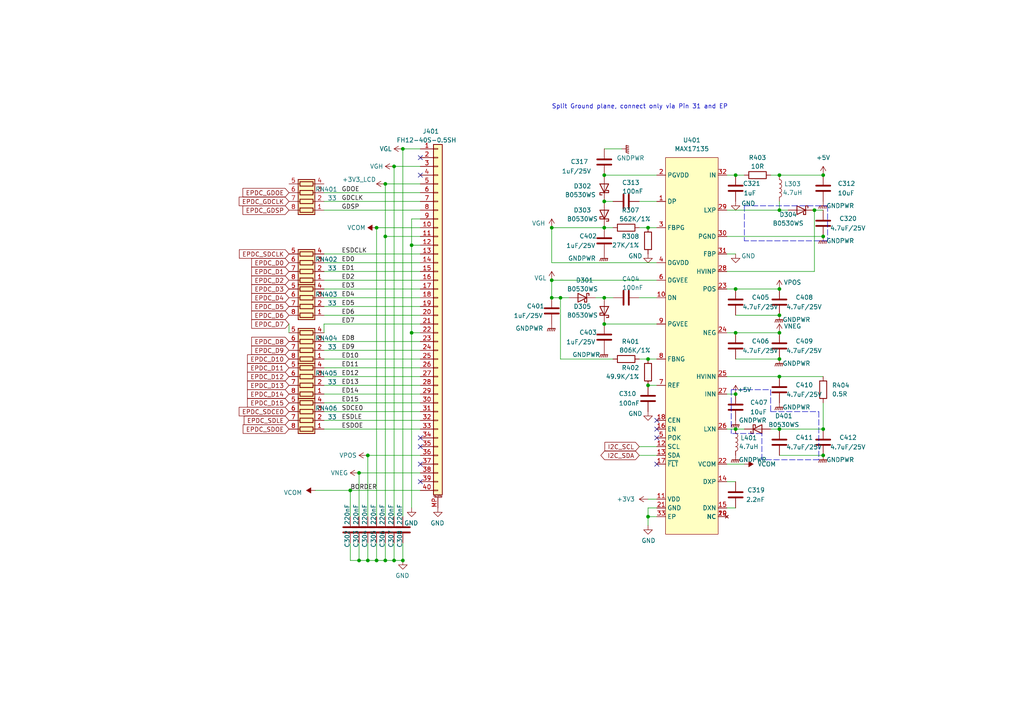
<source format=kicad_sch>
(kicad_sch (version 20211123) (generator eeschema)
  (paper "A4")
  (title_block (title "Caster EPDC") (date "2022-07-03") (rev "R0.4") (company "Copyright 2022 Modos / Engineer: Wenting Zhang"))
  (lib_symbols
    (symbol "Connector_Generic_MountingPin:Conn_01x40_MountingPin" (pin_names (offset 1.016) hide)
      (property "Reference" "J" (at 0 50.8 0))
      (property "Value" "Conn_01x40_MountingPin" (at 1.27 -53.34 0))
      (symbol "Conn_01x40_MountingPin_1_1"
        (rectangle (start -1.27 -50.673) (end 0 -50.927) (stroke (width 0.1524)))
        (rectangle (start -1.27 -48.133) (end 0 -48.387) (stroke (width 0.1524)))
        (rectangle (start -1.27 -45.593) (end 0 -45.847) (stroke (width 0.1524)))
        (rectangle (start -1.27 -43.053) (end 0 -43.307) (stroke (width 0.1524)))
        (rectangle (start -1.27 -40.513) (end 0 -40.767) (stroke (width 0.1524)))
        (rectangle (start -1.27 -37.973) (end 0 -38.227) (stroke (width 0.1524)))
        (rectangle (start -1.27 -35.433) (end 0 -35.687) (stroke (width 0.1524)))
        (rectangle (start -1.27 -32.893) (end 0 -33.147) (stroke (width 0.1524)))
        (rectangle (start -1.27 -30.353) (end 0 -30.607) (stroke (width 0.1524)))
        (rectangle (start -1.27 -27.813) (end 0 -28.067) (stroke (width 0.1524)))
        (rectangle (start -1.27 -25.273) (end 0 -25.527) (stroke (width 0.1524)))
        (rectangle (start -1.27 -22.733) (end 0 -22.987) (stroke (width 0.1524)))
        (rectangle (start -1.27 -20.193) (end 0 -20.447) (stroke (width 0.1524)))
        (rectangle (start -1.27 -17.653) (end 0 -17.907) (stroke (width 0.1524)))
        (rectangle (start -1.27 -15.113) (end 0 -15.367) (stroke (width 0.1524)))
        (rectangle (start -1.27 -12.573) (end 0 -12.827) (stroke (width 0.1524)))
        (rectangle (start -1.27 -10.033) (end 0 -10.287) (stroke (width 0.1524)))
        (rectangle (start -1.27 -7.493) (end 0 -7.747) (stroke (width 0.1524)))
        (rectangle (start -1.27 -4.953) (end 0 -5.207) (stroke (width 0.1524)))
        (rectangle (start -1.27 -2.413) (end 0 -2.667) (stroke (width 0.1524)))
        (rectangle (start -1.27 0.127) (end 0 -0.127) (stroke (width 0.1524)))
        (rectangle (start -1.27 2.667) (end 0 2.413) (stroke (width 0.1524)))
        (rectangle (start -1.27 5.207) (end 0 4.953) (stroke (width 0.1524)))
        (rectangle (start -1.27 7.747) (end 0 7.493) (stroke (width 0.1524)))
        (rectangle (start -1.27 10.287) (end 0 10.033) (stroke (width 0.1524)))
        (rectangle (start -1.27 12.827) (end 0 12.573) (stroke (width 0.1524)))
        (rectangle (start -1.27 15.367) (end 0 15.113) (stroke (width 0.1524)))
        (rectangle (start -1.27 17.907) (end 0 17.653) (stroke (width 0.1524)))
        (rectangle (start -1.27 20.447) (end 0 20.193) (stroke (width 0.1524)))
        (rectangle (start -1.27 22.987) (end 0 22.733) (stroke (width 0.1524)))
        (rectangle (start -1.27 25.527) (end 0 25.273) (stroke (width 0.1524)))
        (rectangle (start -1.27 28.067) (end 0 27.813) (stroke (width 0.1524)))
        (rectangle (start -1.27 30.607) (end 0 30.353) (stroke (width 0.1524)))
        (rectangle (start -1.27 33.147) (end 0 32.893) (stroke (width 0.1524)))
        (rectangle (start -1.27 35.687) (end 0 35.433) (stroke (width 0.1524)))
        (rectangle (start -1.27 38.227) (end 0 37.973) (stroke (width 0.1524)))
        (rectangle (start -1.27 40.767) (end 0 40.513) (stroke (width 0.1524)))
        (rectangle (start -1.27 43.307) (end 0 43.053) (stroke (width 0.1524)))
        (rectangle (start -1.27 45.847) (end 0 45.593) (stroke (width 0.1524)))
        (rectangle (start -1.27 48.387) (end 0 48.133) (stroke (width 0.1524)))
        (rectangle (start -1.27 49.53) (end 1.27 -52.07) (stroke (width 0.254)) (fill (type background)))
        (polyline (pts (xy -1.016 -52.832) (xy 1.016 -52.832)) (stroke (width 0.1524)))
        (text "Mounting" (at 0 -52.451 0) (effects (font (size 0.381 0.381))))
        (pin passive line (at -5.08 48.26 0) (length 3.81) (name "Pin_1") (number "1"))
        (pin passive line (at -5.08 25.4 0) (length 3.81) (name "Pin_10") (number "10"))
        (pin passive line (at -5.08 22.86 0) (length 3.81) (name "Pin_11") (number "11"))
        (pin passive line (at -5.08 20.32 0) (length 3.81) (name "Pin_12") (number "12"))
        (pin passive line (at -5.08 17.78 0) (length 3.81) (name "Pin_13") (number "13"))
        (pin passive line (at -5.08 15.24 0) (length 3.81) (name "Pin_14") (number "14"))
        (pin passive line (at -5.08 12.7 0) (length 3.81) (name "Pin_15") (number "15"))
        (pin passive line (at -5.08 10.16 0) (length 3.81) (name "Pin_16") (number "16"))
        (pin passive line (at -5.08 7.62 0) (length 3.81) (name "Pin_17") (number "17"))
        (pin passive line (at -5.08 5.08 0) (length 3.81) (name "Pin_18") (number "18"))
        (pin passive line (at -5.08 2.54 0) (length 3.81) (name "Pin_19") (number "19"))
        (pin passive line (at -5.08 45.72 0) (length 3.81) (name "Pin_2") (number "2"))
        (pin passive line (at -5.08 0 0) (length 3.81) (name "Pin_20") (number "20"))
        (pin passive line (at -5.08 -2.54 0) (length 3.81) (name "Pin_21") (number "21"))
        (pin passive line (at -5.08 -5.08 0) (length 3.81) (name "Pin_22") (number "22"))
        (pin passive line (at -5.08 -7.62 0) (length 3.81) (name "Pin_23") (number "23"))
        (pin passive line (at -5.08 -10.16 0) (length 3.81) (name "Pin_24") (number "24"))
        (pin passive line (at -5.08 -12.7 0) (length 3.81) (name "Pin_25") (number "25"))
        (pin passive line (at -5.08 -15.24 0) (length 3.81) (name "Pin_26") (number "26"))
        (pin passive line (at -5.08 -17.78 0) (length 3.81) (name "Pin_27") (number "27"))
        (pin passive line (at -5.08 -20.32 0) (length 3.81) (name "Pin_28") (number "28"))
        (pin passive line (at -5.08 -22.86 0) (length 3.81) (name "Pin_29") (number "29"))
        (pin passive line (at -5.08 43.18 0) (length 3.81) (name "Pin_3") (number "3"))
        (pin passive line (at -5.08 -25.4 0) (length 3.81) (name "Pin_30") (number "30"))
        (pin passive line (at -5.08 -27.94 0) (length 3.81) (name "Pin_31") (number "31"))
        (pin passive line (at -5.08 -30.48 0) (length 3.81) (name "Pin_32") (number "32"))
        (pin passive line (at -5.08 -33.02 0) (length 3.81) (name "Pin_33") (number "33"))
        (pin passive line (at -5.08 -35.56 0) (length 3.81) (name "Pin_34") (number "34"))
        (pin passive line (at -5.08 -38.1 0) (length 3.81) (name "Pin_35") (number "35"))
        (pin passive line (at -5.08 -40.64 0) (length 3.81) (name "Pin_36") (number "36"))
        (pin passive line (at -5.08 -43.18 0) (length 3.81) (name "Pin_37") (number "37"))
        (pin passive line (at -5.08 -45.72 0) (length 3.81) (name "Pin_38") (number "38"))
        (pin passive line (at -5.08 -48.26 0) (length 3.81) (name "Pin_39") (number "39"))
        (pin passive line (at -5.08 40.64 0) (length 3.81) (name "Pin_4") (number "4"))
        (pin passive line (at -5.08 -50.8 0) (length 3.81) (name "Pin_40") (number "40"))
        (pin passive line (at -5.08 38.1 0) (length 3.81) (name "Pin_5") (number "5"))
        (pin passive line (at -5.08 35.56 0) (length 3.81) (name "Pin_6") (number "6"))
        (pin passive line (at -5.08 33.02 0) (length 3.81) (name "Pin_7") (number "7"))
        (pin passive line (at -5.08 30.48 0) (length 3.81) (name "Pin_8") (number "8"))
        (pin passive line (at -5.08 27.94 0) (length 3.81) (name "Pin_9") (number "9"))
        (pin passive line (at 0 -55.88 90) (length 3.048) (name "MountPin") (number "MP"))
      )
    )
    (symbol "Device:C" (pin_numbers hide) (pin_names (offset 0.254))
      (property "Reference" "C" (at 0.635 2.54 0))
      (property "Value" "C" (at 0.635 -2.54 0))
      (symbol "C_0_1"
        (polyline (pts (xy -2.032 -0.762) (xy 2.032 -0.762)) (stroke (width 0.508)))
        (polyline (pts (xy -2.032 0.762) (xy 2.032 0.762)) (stroke (width 0.508)))
      )
      (symbol "C_1_1"
        (pin passive line (at 0 3.81 270) (length 2.794) (name "~") (number "1"))
        (pin passive line (at 0 -3.81 90) (length 2.794) (name "~") (number "2"))
      )
    )
    (symbol "Device:D_Schottky" (pin_numbers hide) (pin_names (offset 1.016) hide)
      (property "Reference" "D" (at 0 2.54 0))
      (property "Value" "D_Schottky" (at 0 -2.54 0))
      (symbol "D_Schottky_0_1"
        (polyline (pts (xy 1.27 0) (xy -1.27 0)))
        (polyline (pts (xy 1.27 1.27) (xy 1.27 -1.27) (xy -1.27 0) (xy 1.27 1.27)) (stroke (width 0.254)))
        (polyline (pts (xy -1.905 0.635) (xy -1.905 1.27) (xy -1.27 1.27) (xy -1.27 -1.27) (xy -0.635 -1.27) (xy -0.635 -0.635)) (stroke (width 0.254)))
      )
      (symbol "D_Schottky_1_1"
        (pin passive line (at -3.81 0 0) (length 2.54) (name "K") (number "1"))
        (pin passive line (at 3.81 0 180) (length 2.54) (name "A") (number "2"))
      )
    )
    (symbol "Device:L" (pin_numbers hide) (pin_names (offset 1.016) hide)
      (property "Reference" "L" (at -1.27 0 90))
      (property "Value" "L" (at 1.905 0 90))
      (symbol "L_0_1"
        (arc (start 0 -2.54) (mid 0.635 -1.905) (end 0 -1.27))
        (arc (start 0 -1.27) (mid 0.635 -0.635) (end 0 0))
        (arc (start 0 0) (mid 0.635 0.635) (end 0 1.27))
        (arc (start 0 1.27) (mid 0.635 1.905) (end 0 2.54))
      )
      (symbol "L_1_1"
        (pin passive line (at 0 3.81 270) (length 1.27) (name "1") (number "1"))
        (pin passive line (at 0 -3.81 90) (length 1.27) (name "2") (number "2"))
      )
    )
    (symbol "Device:R" (pin_numbers hide) (pin_names (offset 0))
      (property "Reference" "R" (at 2.032 0 90))
      (property "Value" "R" (at 0 0 90))
      (symbol "R_0_1"
        (rectangle (start -1.016 -2.54) (end 1.016 2.54) (stroke (width 0.254)))
      )
      (symbol "R_1_1"
        (pin passive line (at 0 3.81 270) (length 1.27) (name "~") (number "1"))
        (pin passive line (at 0 -3.81 90) (length 1.27) (name "~") (number "2"))
      )
    )
    (symbol "Device:R_Pack04" (pin_names (offset 0) hide)
      (property "Reference" "RN" (at -7.62 0 90))
      (property "Value" "R_Pack04" (at 5.08 0 90))
      (symbol "R_Pack04_0_1"
        (rectangle (start -6.35 -2.413) (end 3.81 2.413) (stroke (width 0.254)) (fill (type background)))
        (rectangle (start -5.715 1.905) (end -4.445 -1.905) (stroke (width 0.254)))
        (rectangle (start -3.175 1.905) (end -1.905 -1.905) (stroke (width 0.254)))
        (rectangle (start -0.635 1.905) (end 0.635 -1.905) (stroke (width 0.254)))
        (polyline (pts (xy -5.08 -2.54) (xy -5.08 -1.905)))
        (polyline (pts (xy -5.08 1.905) (xy -5.08 2.54)))
        (polyline (pts (xy -2.54 -2.54) (xy -2.54 -1.905)))
        (polyline (pts (xy -2.54 1.905) (xy -2.54 2.54)))
        (polyline (pts (xy 0 -2.54) (xy 0 -1.905)))
        (polyline (pts (xy 0 1.905) (xy 0 2.54)))
        (polyline (pts (xy 2.54 -2.54) (xy 2.54 -1.905)))
        (polyline (pts (xy 2.54 1.905) (xy 2.54 2.54)))
        (rectangle (start 1.905 1.905) (end 3.175 -1.905) (stroke (width 0.254)))
      )
      (symbol "R_Pack04_1_1"
        (pin passive line (at -5.08 -5.08 90) (length 2.54) (name "R1.1") (number "1"))
        (pin passive line (at -2.54 -5.08 90) (length 2.54) (name "R2.1") (number "2"))
        (pin passive line (at 0 -5.08 90) (length 2.54) (name "R3.1") (number "3"))
        (pin passive line (at 2.54 -5.08 90) (length 2.54) (name "R4.1") (number "4"))
        (pin passive line (at 2.54 5.08 270) (length 2.54) (name "R4.2") (number "5"))
        (pin passive line (at 0 5.08 270) (length 2.54) (name "R3.2") (number "6"))
        (pin passive line (at -2.54 5.08 270) (length 2.54) (name "R2.2") (number "7"))
        (pin passive line (at -5.08 5.08 270) (length 2.54) (name "R1.2") (number "8"))
      )
    )
    (symbol "power:+3V3" (power) (pin_names (offset 0))
      (property "Value" "+3V3" (at 0 3.556 0))
      (symbol "+3V3_0_1"
        (polyline (pts (xy -0.762 1.27) (xy 0 2.54)))
        (polyline (pts (xy 0 0) (xy 0 2.54)))
        (polyline (pts (xy 0 2.54) (xy 0.762 1.27)))
      )
      (symbol "+3V3_1_1"
        (pin power_in line (at 0 0 90) (length 0) hide (name "+3V3") (number "1"))
      )
    )
    (symbol "power:+5V" (power) (pin_names (offset 0))
      (property "Value" "+5V" (at 0 3.556 0))
      (symbol "+5V_0_1"
        (polyline (pts (xy -0.762 1.27) (xy 0 2.54)))
        (polyline (pts (xy 0 0) (xy 0 2.54)))
        (polyline (pts (xy 0 2.54) (xy 0.762 1.27)))
      )
      (symbol "+5V_1_1"
        (pin power_in line (at 0 0 90) (length 0) hide (name "+5V") (number "1"))
      )
    )
    (symbol "power:GND" (power) (pin_names (offset 0))
      (property "Value" "GND" (at 0 -3.81 0))
      (symbol "GND_0_1"
        (polyline (pts (xy 0 0) (xy 0 -1.27) (xy 1.27 -1.27) (xy 0 -2.54) (xy -1.27 -1.27) (xy 0 -1.27)))
      )
      (symbol "GND_1_1"
        (pin power_in line (at 0 0 270) (length 0) hide (name "GND") (number "1"))
      )
    )
    (symbol "power:GNDPWR" (power) (pin_names (offset 0))
      (property "Value" "GNDPWR" (at 0 -3.302 0))
      (symbol "GNDPWR_0_1"
        (polyline (pts (xy 0 -1.27) (xy 0 0)))
        (polyline (pts (xy -1.016 -1.27) (xy -1.27 -2.032) (xy -1.27 -2.032)) (stroke (width 0.2032)))
        (polyline (pts (xy -0.508 -1.27) (xy -0.762 -2.032) (xy -0.762 -2.032)) (stroke (width 0.2032)))
        (polyline (pts (xy 0 -1.27) (xy -0.254 -2.032) (xy -0.254 -2.032)) (stroke (width 0.2032)))
        (polyline (pts (xy 0.508 -1.27) (xy 0.254 -2.032) (xy 0.254 -2.032)) (stroke (width 0.2032)))
        (polyline (pts (xy 1.016 -1.27) (xy -1.016 -1.27) (xy -1.016 -1.27)) (stroke (width 0.2032)))
        (polyline (pts (xy 1.016 -1.27) (xy 0.762 -2.032) (xy 0.762 -2.032) (xy 0.762 -2.032)) (stroke (width 0.2032)))
      )
      (symbol "GNDPWR_1_1"
        (pin power_in line (at 0 0 270) (length 0) hide (name "GNDPWR") (number "1"))
      )
    )
    (symbol "power:VCOM" (power) (pin_names (offset 0))
      (property "Value" "VCOM" (at 0 3.81 0))
      (symbol "VCOM_0_1"
        (polyline (pts (xy 0 0) (xy 0 2.54)))
        (polyline (pts (xy 0.762 1.27) (xy -0.762 1.27) (xy 0 2.54) (xy 0.762 1.27)) (fill (type outline)))
      )
      (symbol "VCOM_1_1"
        (pin power_in line (at 0 0 90) (length 0) hide (name "VCOM") (number "1"))
      )
    )
    (symbol "symbols:+3V3_LCD" (power) (pin_names (offset 0))
      (property "Value" "+3V3_LCD" (at 0 3.556 0))
      (symbol "+3V3_LCD_0_1"
        (polyline (pts (xy -0.762 1.27) (xy 0 2.54)))
        (polyline (pts (xy 0 0) (xy 0 2.54)))
        (polyline (pts (xy 0 2.54) (xy 0.762 1.27)))
      )
      (symbol "+3V3_LCD_1_1"
        (pin power_in line (at 0 0 90) (length 0) hide (name "+3V3_LCD") (number "1"))
      )
    )
    (symbol "symbols:MAX17135"
      (property "Reference" "U" (at 0 0 0))
      (property "Value" "MAX17135" (at 0 -2.54 0))
      (symbol "MAX17135_0_1"
        (rectangle (start -7.62 -5.08) (end 7.62 -114.3) (stroke (width 0.1524)) (fill (type background)))
      )
      (symbol "MAX17135_1_1"
        (pin input line (at -10.16 -17.78 0) (length 2.54) (name "DP") (number "1"))
        (pin input line (at -10.16 -45.72 0) (length 2.54) (name "DN") (number "10"))
        (pin input line (at -10.16 -104.14 0) (length 2.54) (name "VDD") (number "11"))
        (pin input line (at -10.16 -88.9 0) (length 2.54) (name "SCL") (number "12"))
        (pin input line (at -10.16 -91.44 0) (length 2.54) (name "SDA") (number "13"))
        (pin input line (at 10.16 -99.06 180) (length 2.54) (name "DXP") (number "14"))
        (pin input line (at 10.16 -106.68 180) (length 2.54) (name "DXN") (number "15"))
        (pin input line (at -10.16 -83.82 0) (length 2.54) (name "EN") (number "16"))
        (pin input line (at -10.16 -93.98 0) (length 2.54) (name "~{FLT}") (number "17"))
        (pin input line (at -10.16 -81.28 0) (length 2.54) (name "CEN") (number "18"))
        (pin no_connect line (at 10.16 -109.22 180) (length 2.54) (name "NC") (number "19"))
        (pin input line (at -10.16 -10.16 0) (length 2.54) (name "PGVDD") (number "2"))
        (pin no_connect line (at 10.16 -109.22 180) (length 2.54) (name "NC") (number "20"))
        (pin input line (at -10.16 -106.68 0) (length 2.54) (name "GND") (number "21"))
        (pin input line (at 10.16 -93.98 180) (length 2.54) (name "VCOM") (number "22"))
        (pin input line (at 10.16 -43.18 180) (length 2.54) (name "POS") (number "23"))
        (pin input line (at 10.16 -55.88 180) (length 2.54) (name "NEG") (number "24"))
        (pin input line (at 10.16 -68.58 180) (length 2.54) (name "HVINN") (number "25"))
        (pin input line (at 10.16 -83.82 180) (length 2.54) (name "LXN") (number "26"))
        (pin input line (at 10.16 -73.66 180) (length 2.54) (name "INN") (number "27"))
        (pin input line (at 10.16 -38.1 180) (length 2.54) (name "HVINP") (number "28"))
        (pin input line (at 10.16 -20.32 180) (length 2.54) (name "LXP") (number "29"))
        (pin input line (at -10.16 -25.4 0) (length 2.54) (name "FBPG") (number "3"))
        (pin input line (at 10.16 -27.94 180) (length 2.54) (name "PGND") (number "30"))
        (pin input line (at 10.16 -33.02 180) (length 2.54) (name "FBP") (number "31"))
        (pin input line (at 10.16 -10.16 180) (length 2.54) (name "IN") (number "32"))
        (pin input line (at -10.16 -109.22 0) (length 2.54) (name "EP") (number "33"))
        (pin input line (at -10.16 -35.56 0) (length 2.54) (name "DGVDD") (number "4"))
        (pin input line (at -10.16 -86.36 0) (length 2.54) (name "POK") (number "5"))
        (pin input line (at -10.16 -40.64 0) (length 2.54) (name "DGVEE") (number "6"))
        (pin input line (at -10.16 -71.12 0) (length 2.54) (name "REF") (number "7"))
        (pin input line (at -10.16 -63.5 0) (length 2.54) (name "FBNG") (number "8"))
        (pin input line (at -10.16 -53.34 0) (length 2.54) (name "PGVEE") (number "9"))
      )
    )
    (symbol "symbols:VGH" (power) (pin_names (offset 0))
      (property "Value" "VGH" (at 0 3.556 0))
      (symbol "VGH_0_1"
        (polyline (pts (xy -0.762 1.27) (xy 0 2.54)))
        (polyline (pts (xy 0 0) (xy 0 2.54)))
        (polyline (pts (xy 0 2.54) (xy 0.762 1.27)))
      )
      (symbol "VGH_1_1"
        (pin power_in line (at 0 0 90) (length 0) hide (name "VGH") (number "1"))
      )
    )
    (symbol "symbols:VGL" (power) (pin_names (offset 0))
      (property "Value" "VGL" (at 0 3.556 0))
      (symbol "VGL_0_1"
        (polyline (pts (xy -0.762 1.27) (xy 0 2.54)))
        (polyline (pts (xy 0 0) (xy 0 2.54)))
        (polyline (pts (xy 0 2.54) (xy 0.762 1.27)))
      )
      (symbol "VGL_1_1"
        (pin power_in line (at 0 0 90) (length 0) hide (name "VGL") (number "1"))
      )
    )
    (symbol "symbols:VNEG" (power) (pin_names (offset 0))
      (property "Value" "VNEG" (at 0 3.556 0))
      (symbol "VNEG_0_1"
        (polyline (pts (xy -0.762 1.27) (xy 0 2.54)))
        (polyline (pts (xy 0 0) (xy 0 2.54)))
        (polyline (pts (xy 0 2.54) (xy 0.762 1.27)))
      )
      (symbol "VNEG_1_1"
        (pin power_in line (at 0 0 90) (length 0) hide (name "VNEG") (number "1"))
      )
    )
    (symbol "symbols:VPOS" (power) (pin_names (offset 0))
      (property "Value" "VPOS" (at 0 3.556 0))
      (symbol "VPOS_0_1"
        (polyline (pts (xy -0.762 1.27) (xy 0 2.54)))
        (polyline (pts (xy 0 0) (xy 0 2.54)))
        (polyline (pts (xy 0 2.54) (xy 0.762 1.27)))
      )
      (symbol "VPOS_1_1"
        (pin power_in line (at 0 0 90) (length 0) hide (name "VPOS") (number "1"))
      )
    )
  )
  (junction (at 106.68 132.08) (diameter 0.9144))
  (junction (at 226.06 50.8))
  (junction (at 111.76 53.34) (diameter 0.9144))
  (junction (at 160.02 81.28))
  (junction (at 238.76 50.8))
  (junction (at 175.26 86.36))
  (junction (at 160.02 66.04))
  (junction (at 236.22 60.96))
  (junction (at 187.96 104.14))
  (junction (at 111.76 162.56) (diameter 0.9144))
  (junction (at 109.22 66.04))
  (junction (at 116.84 162.56) (diameter 0.9144))
  (junction (at 238.76 124.46))
  (junction (at 238.76 68.58))
  (junction (at 119.38 71.12) (diameter 0.9144))
  (junction (at 226.06 91.44))
  (junction (at 187.96 149.86))
  (junction (at 226.06 60.96))
  (junction (at 175.26 66.04))
  (junction (at 213.36 50.8))
  (junction (at 213.36 124.46))
  (junction (at 160.02 86.36))
  (junction (at 101.6 142.24) (diameter 0.9144))
  (junction (at 109.22 162.56) (diameter 0.9144))
  (junction (at 116.84 43.18) (diameter 0.9144))
  (junction (at 238.76 132.08))
  (junction (at 187.96 66.04))
  (junction (at 162.56 86.36))
  (junction (at 114.3 162.56) (diameter 0.9144))
  (junction (at 175.26 50.8))
  (junction (at 114.3 48.26) (diameter 0.9144))
  (junction (at 213.36 83.82))
  (junction (at 226.06 109.22))
  (junction (at 226.06 96.52))
  (junction (at 175.26 58.42))
  (junction (at 226.06 104.14))
  (junction (at 104.14 137.16) (diameter 0.9144))
  (junction (at 226.06 124.46))
  (junction (at 213.36 96.52))
  (junction (at 213.36 114.3))
  (junction (at 175.26 93.98))
  (junction (at 119.38 96.52) (diameter 0.9144))
  (junction (at 106.68 162.56) (diameter 0.9144))
  (junction (at 187.96 111.76))
  (junction (at 226.06 83.82))
  (junction (at 104.14 162.56) (diameter 0.9144))
  (junction (at 111.76 68.58) (diameter 0.9144))
  (no_connect (at 121.92 139.7))
  (no_connect (at 121.92 127))
  (no_connect (at 190.5 134.62))
  (no_connect (at 190.5 127))
  (no_connect (at 190.5 121.92))
  (no_connect (at 190.5 124.46))
  (no_connect (at 121.92 129.54))
  (no_connect (at 121.92 134.62))
  (no_connect (at 121.92 45.72))
  (no_connect (at 121.92 50.8))
  (wire (pts (xy 236.22 60.96) (xy 238.76 60.96)))
  (wire (pts (xy 93.98 78.74) (xy 121.92 78.74)))
  (wire (pts (xy 185.42 86.36) (xy 190.5 86.36)))
  (wire (pts (xy 93.98 93.98) (xy 121.92 93.98)))
  (wire (pts (xy 114.3 48.26) (xy 121.92 48.26)))
  (wire (pts (xy 160.02 66.04) (xy 175.26 66.04)))
  (wire (pts (xy 226.06 124.46) (xy 238.76 124.46)))
  (wire (pts (xy 223.52 124.46) (xy 226.06 124.46)))
  (wire (pts (xy 111.76 68.58) (xy 111.76 149.86)))
  (wire (pts (xy 175.26 66.04) (xy 177.8 66.04)))
  (wire (pts (xy 93.98 55.88) (xy 121.92 55.88)))
  (wire (pts (xy 109.22 66.04) (xy 121.92 66.04)))
  (wire (pts (xy 210.82 68.58) (xy 238.76 68.58)))
  (wire (pts (xy 93.98 73.66) (xy 121.92 73.66)))
  (wire (pts (xy 175.26 93.98) (xy 190.5 93.98)))
  (wire (pts (xy 93.98 83.82) (xy 121.92 83.82)))
  (wire (pts (xy 93.98 109.22) (xy 121.92 109.22)))
  (wire (pts (xy 83.82 93.98) (xy 83.82 96.52)))
  (wire (pts (xy 119.38 63.5) (xy 119.38 71.12)))
  (wire (pts (xy 226.06 132.08) (xy 238.76 132.08)))
  (wire (pts (xy 210.82 134.62) (xy 215.9 134.62)))
  (wire (pts (xy 93.98 99.06) (xy 121.92 99.06)))
  (wire (pts (xy 213.36 104.14) (xy 226.06 104.14)))
  (wire (pts (xy 175.26 58.42) (xy 177.8 58.42)))
  (wire (pts (xy 93.98 116.84) (xy 121.92 116.84)))
  (wire (pts (xy 162.56 104.14) (xy 162.56 86.36)))
  (wire (pts (xy 177.8 104.14) (xy 162.56 104.14)))
  (wire (pts (xy 101.6 157.48) (xy 101.6 162.56)))
  (wire (pts (xy 119.38 71.12) (xy 119.38 96.52)))
  (polyline (pts (xy 223.52 113.03) (xy 223.52 119.38)))
  (polyline (pts (xy 223.52 119.38) (xy 237.49 119.38)))
  (polyline (pts (xy 220.98 125.73) (xy 212.09 125.73)))
  (polyline (pts (xy 212.09 113.03) (xy 223.52 113.03)))
  (polyline (pts (xy 212.09 113.03) (xy 212.09 125.73)))
  (polyline (pts (xy 237.49 119.38) (xy 237.49 133.35)))
  (polyline (pts (xy 237.49 133.35) (xy 220.98 133.35)))
  (polyline (pts (xy 220.98 133.35) (xy 220.98 125.73)))
  (wire (pts (xy 172.72 86.36) (xy 175.26 86.36)))
  (wire (pts (xy 175.26 86.36) (xy 177.8 86.36)))
  (wire (pts (xy 101.6 142.24) (xy 101.6 149.86)))
  (wire (pts (xy 226.06 50.8) (xy 238.76 50.8)))
  (wire (pts (xy 93.98 119.38) (xy 121.92 119.38)))
  (wire (pts (xy 93.98 91.44) (xy 121.92 91.44)))
  (wire (pts (xy 187.96 144.78) (xy 190.5 144.78)))
  (wire (pts (xy 93.98 104.14) (xy 121.92 104.14)))
  (wire (pts (xy 185.42 66.04) (xy 187.96 66.04)))
  (wire (pts (xy 187.96 66.04) (xy 190.5 66.04)))
  (wire (pts (xy 160.02 76.2) (xy 160.02 66.04)))
  (wire (pts (xy 190.5 76.2) (xy 160.02 76.2)))
  (wire (pts (xy 160.02 81.28) (xy 190.5 81.28)))
  (wire (pts (xy 111.76 53.34) (xy 121.92 53.34)))
  (wire (pts (xy 226.06 60.96) (xy 228.6 60.96)))
  (wire (pts (xy 185.42 104.14) (xy 187.96 104.14)))
  (wire (pts (xy 187.96 104.14) (xy 190.5 104.14)))
  (wire (pts (xy 213.36 96.52) (xy 226.06 96.52)))
  (wire (pts (xy 91.44 142.24) (xy 101.6 142.24)))
  (wire (pts (xy 93.98 60.96) (xy 121.92 60.96)))
  (polyline (pts (xy 215.9 59.69) (xy 240.03 59.69)))
  (polyline (pts (xy 240.03 59.69) (xy 240.03 69.85)))
  (polyline (pts (xy 215.9 59.69) (xy 215.9 69.85)))
  (polyline (pts (xy 240.03 69.85) (xy 215.9 69.85)))
  (wire (pts (xy 109.22 157.48) (xy 109.22 162.56)))
  (wire (pts (xy 114.3 162.56) (xy 116.84 162.56)))
  (wire (pts (xy 93.98 124.46) (xy 121.92 124.46)))
  (wire (pts (xy 109.22 66.04) (xy 109.22 149.86)))
  (wire (pts (xy 93.98 106.68) (xy 121.92 106.68)))
  (wire (pts (xy 106.68 132.08) (xy 106.68 149.86)))
  (wire (pts (xy 119.38 96.52) (xy 121.92 96.52)))
  (wire (pts (xy 226.06 109.22) (xy 238.76 109.22)))
  (wire (pts (xy 210.82 109.22) (xy 226.06 109.22)))
  (wire (pts (xy 238.76 116.84) (xy 238.76 124.46)))
  (wire (pts (xy 119.38 96.52) (xy 119.38 147.32)))
  (wire (pts (xy 175.26 50.8) (xy 190.5 50.8)))
  (wire (pts (xy 116.84 43.18) (xy 116.84 149.86)))
  (wire (pts (xy 210.82 60.96) (xy 226.06 60.96)))
  (wire (pts (xy 226.06 60.96) (xy 226.06 58.42)))
  (wire (pts (xy 93.98 101.6) (xy 121.92 101.6)))
  (wire (pts (xy 187.96 111.76) (xy 190.5 111.76)))
  (wire (pts (xy 116.84 157.48) (xy 116.84 162.56)))
  (wire (pts (xy 210.82 73.66) (xy 213.36 73.66)))
  (wire (pts (xy 185.42 58.42) (xy 190.5 58.42)))
  (wire (pts (xy 106.68 162.56) (xy 109.22 162.56)))
  (wire (pts (xy 93.98 111.76) (xy 121.92 111.76)))
  (wire (pts (xy 210.82 96.52) (xy 213.36 96.52)))
  (wire (pts (xy 175.26 43.18) (xy 180.34 43.18)))
  (wire (pts (xy 116.84 43.18) (xy 121.92 43.18)))
  (wire (pts (xy 223.52 50.8) (xy 226.06 50.8)))
  (wire (pts (xy 185.42 132.08) (xy 190.5 132.08)))
  (wire (pts (xy 213.36 50.8) (xy 215.9 50.8)))
  (wire (pts (xy 210.82 50.8) (xy 213.36 50.8)))
  (wire (pts (xy 111.76 68.58) (xy 121.92 68.58)))
  (wire (pts (xy 213.36 91.44) (xy 226.06 91.44)))
  (wire (pts (xy 104.14 157.48) (xy 104.14 162.56)))
  (wire (pts (xy 93.98 114.3) (xy 121.92 114.3)))
  (wire (pts (xy 119.38 71.12) (xy 121.92 71.12)))
  (wire (pts (xy 114.3 48.26) (xy 114.3 149.86)))
  (wire (pts (xy 187.96 149.86) (xy 190.5 149.86)))
  (wire (pts (xy 114.3 157.48) (xy 114.3 162.56)))
  (wire (pts (xy 106.68 157.48) (xy 106.68 162.56)))
  (wire (pts (xy 210.82 147.32) (xy 213.36 147.32)))
  (wire (pts (xy 165.1 86.36) (xy 162.56 86.36)))
  (wire (pts (xy 160.02 86.36) (xy 160.02 81.28)))
  (wire (pts (xy 162.56 86.36) (xy 160.02 86.36)))
  (wire (pts (xy 236.22 60.96) (xy 236.22 78.74)))
  (wire (pts (xy 236.22 78.74) (xy 210.82 78.74)))
  (wire (pts (xy 104.14 162.56) (xy 106.68 162.56)))
  (wire (pts (xy 104.14 137.16) (xy 121.92 137.16)))
  (wire (pts (xy 210.82 83.82) (xy 213.36 83.82)))
  (wire (pts (xy 213.36 83.82) (xy 226.06 83.82)))
  (wire (pts (xy 93.98 76.2) (xy 121.92 76.2)))
  (wire (pts (xy 213.36 124.46) (xy 215.9 124.46)))
  (wire (pts (xy 210.82 124.46) (xy 213.36 124.46)))
  (wire (pts (xy 101.6 162.56) (xy 104.14 162.56)))
  (wire (pts (xy 93.98 121.92) (xy 121.92 121.92)))
  (wire (pts (xy 93.98 86.36) (xy 121.92 86.36)))
  (wire (pts (xy 93.98 93.98) (xy 93.98 96.52)))
  (wire (pts (xy 111.76 53.34) (xy 111.76 68.58)))
  (wire (pts (xy 93.98 81.28) (xy 121.92 81.28)))
  (wire (pts (xy 106.68 132.08) (xy 121.92 132.08)))
  (wire (pts (xy 104.14 137.16) (xy 104.14 149.86)))
  (wire (pts (xy 93.98 58.42) (xy 121.92 58.42)))
  (wire (pts (xy 109.22 162.56) (xy 111.76 162.56)))
  (wire (pts (xy 111.76 157.48) (xy 111.76 162.56)))
  (wire (pts (xy 185.42 129.54) (xy 190.5 129.54)))
  (wire (pts (xy 101.6 142.24) (xy 121.92 142.24)))
  (wire (pts (xy 111.76 162.56) (xy 114.3 162.56)))
  (wire (pts (xy 121.92 63.5) (xy 119.38 63.5)))
  (wire (pts (xy 93.98 88.9) (xy 121.92 88.9)))
  (wire (pts (xy 190.5 147.32) (xy 187.96 147.32)))
  (wire (pts (xy 187.96 147.32) (xy 187.96 149.86)))
  (wire (pts (xy 187.96 149.86) (xy 187.96 152.4)))
  (wire (pts (xy 210.82 139.7) (xy 213.36 139.7)))
  (wire (pts (xy 210.82 114.3) (xy 213.36 114.3)))
  (text "Split Ground plane, connect only via Pin 31 and EP" (at 160.02 31.75 0) (effects (font (size 1.27 1.27)) (justify left bottom)))
  (label "GDOE" (at 99.06 55.88 0))
  (label "ED15" (at 99.06 116.84 0))
  (label "ED14" (at 99.06 114.3 0))
  (label "ED13" (at 99.06 111.76 0))
  (label "ESDCLK" (at 99.06 73.66 0))
  (label "GDCLK" (at 99.06 58.42 0))
  (label "ESDLE" (at 99.06 121.92 0))
  (label "ED1" (at 99.06 78.74 0))
  (label "ED9" (at 99.06 101.6 0))
  (label "ED10" (at 99.06 104.14 0))
  (label "ED11" (at 99.06 106.68 0))
  (label "ESDOE" (at 99.06 124.46 0))
  (label "ED7" (at 99.06 93.98 0))
  (label "ED6" (at 99.06 91.44 0))
  (label "ED2" (at 99.06 81.28 0))
  (label "GDSP" (at 99.06 60.96 0))
  (label "BORDER" (at 101.6 142.24 0))
  (label "ED5" (at 99.06 88.9 0))
  (label "ED12" (at 99.06 109.22 0))
  (label "ED4" (at 99.06 86.36 0))
  (label "ED3" (at 99.06 83.82 0))
  (label "ED8" (at 99.06 99.06 0))
  (label "SDCE0" (at 99.06 119.38 0))
  (label "ED0" (at 99.06 76.2 0))
  (global_label "EPDC_D2" (shape input) (at 83.82 81.28 180) (property "Intersheet References" "${INTERSHEET_REFS}" (effects hide)))
  (global_label "EPDC_D9" (shape input) (at 83.82 101.6 180) (property "Intersheet References" "${INTERSHEET_REFS}" (effects hide)))
  (global_label "EPDC_GDSP" (shape input) (at 83.82 60.96 180) (property "Intersheet References" "${INTERSHEET_REFS}" (effects hide)))
  (global_label "EPDC_D4" (shape input) (at 83.82 86.36 180) (property "Intersheet References" "${INTERSHEET_REFS}" (effects hide)))
  (global_label "EPDC_D11" (shape input) (at 83.82 106.68 180) (property "Intersheet References" "${INTERSHEET_REFS}" (effects hide)))
  (global_label "EPDC_D15" (shape input) (at 83.82 116.84 180) (property "Intersheet References" "${INTERSHEET_REFS}" (effects hide)))
  (global_label "EPDC_SDCLK" (shape input) (at 83.82 73.66 180) (property "Intersheet References" "${INTERSHEET_REFS}" (effects hide)))
  (global_label "EPDC_GDOE" (shape input) (at 83.82 55.88 180) (property "Intersheet References" "${INTERSHEET_REFS}" (effects hide)))
  (global_label "EPDC_D8" (shape input) (at 83.82 99.06 180) (property "Intersheet References" "${INTERSHEET_REFS}" (effects hide)))
  (global_label "EPDC_GDCLK" (shape input) (at 83.82 58.42 180) (property "Intersheet References" "${INTERSHEET_REFS}" (effects hide)))
  (global_label "EPDC_D7" (shape input) (at 83.82 93.98 180) (property "Intersheet References" "${INTERSHEET_REFS}" (effects hide)))
  (global_label "EPDC_SDOE" (shape input) (at 83.82 124.46 180) (property "Intersheet References" "${INTERSHEET_REFS}" (effects hide)))
  (global_label "EPDC_D12" (shape input) (at 83.82 109.22 180) (property "Intersheet References" "${INTERSHEET_REFS}" (effects hide)))
  (global_label "EPDC_D13" (shape input) (at 83.82 111.76 180) (property "Intersheet References" "${INTERSHEET_REFS}" (effects hide)))
  (global_label "I2C_SDA" (shape bidirectional) (at 185.42 132.08 180) (property "Intersheet References" "${INTERSHEET_REFS}" (effects hide)))
  (global_label "EPDC_D6" (shape input) (at 83.82 91.44 180) (property "Intersheet References" "${INTERSHEET_REFS}" (effects hide)))
  (global_label "EPDC_D14" (shape input) (at 83.82 114.3 180) (property "Intersheet References" "${INTERSHEET_REFS}" (effects hide)))
  (global_label "EPDC_SDLE" (shape input) (at 83.82 121.92 180) (property "Intersheet References" "${INTERSHEET_REFS}" (effects hide)))
  (global_label "EPDC_D5" (shape input) (at 83.82 88.9 180) (property "Intersheet References" "${INTERSHEET_REFS}" (effects hide)))
  (global_label "I2C_SCL" (shape input) (at 185.42 129.54 180) (property "Intersheet References" "${INTERSHEET_REFS}" (effects hide)))
  (global_label "EPDC_D0" (shape input) (at 83.82 76.2 180) (property "Intersheet References" "${INTERSHEET_REFS}" (effects hide)))
  (global_label "EPDC_D10" (shape input) (at 83.82 104.14 180) (property "Intersheet References" "${INTERSHEET_REFS}" (effects hide)))
  (global_label "EPDC_SDCE0" (shape input) (at 83.82 119.38 180) (property "Intersheet References" "${INTERSHEET_REFS}" (effects hide)))
  (global_label "EPDC_D3" (shape input) (at 83.82 83.82 180) (property "Intersheet References" "${INTERSHEET_REFS}" (effects hide)))
  (global_label "EPDC_D1" (shape input) (at 83.82 78.74 180) (property "Intersheet References" "${INTERSHEET_REFS}" (effects hide)))
  (symbol (lib_id "symbols:VNEG") (at 104.14 137.16 90) (unit 1)
    (property "Reference" "#PWR0402" (effects hide))
    (property "Value" "VNEG" (at 98.425 137.16 90))
  )
  (symbol (lib_id "power:GND") (at 187.96 119.38 0) (unit 1)
    (property "Reference" "#PWR0410" (effects hide))
    (property "Value" "GND" (at 184.277 119.9642 0))
  )
  (symbol (lib_id "Device:C") (at 187.96 115.57 0) (mirror x) (unit 1)
    (property "Reference" "C310" (at 179.451 114.1984 0) (effects (justify left)))
    (property "Value" "100nF" (at 179.451 116.967 0) (effects (justify left)))
    (property "Footprint" "Capacitor_SMD:C_0402_1005Metric" (effects hide))
    (property "LCSC" "C56392" (effects hide))
    (property "Ref.Price" "0.0023" (effects hide))
  )
  (symbol (lib_id "Device:R_Pack04") (at 88.9 99.06 90) (unit 1)
    (property "Reference" "RN404" (at 97.8916 98.0948 90) (effects (justify left)))
    (property "Value" "33" (at 97.663 100.6348 90) (effects (justify left)))
    (property "Footprint" "Resistor_SMD:R_Array_Convex_4x0402" (effects hide))
  )
  (symbol (lib_id "power:GND") (at 187.96 152.4 0) (unit 1)
    (property "Reference" "#PWR0412" (effects hide))
    (property "Value" "GND" (at 188.087 156.7942 0))
  )
  (symbol (lib_id "Device:L") (at 226.06 54.61 0) (unit 1)
    (property "Reference" "L303" (at 229.87 53.34 0))
    (property "Value" "4.7uH" (at 229.87 55.88 0))
    (property "Footprint" "footprints:L_FXL0420" (effects hide))
    (property "LCSC" " C167208" (effects hide))
    (property "Ref.Price" "0.0643" (effects hide))
  )
  (symbol (lib_id "Device:C") (at 238.76 64.77 180) (unit 1)
    (property "Reference" "C320" (at 248.539 63.3984 0) (effects (justify left)))
    (property "Value" "4.7uF/25V" (at 251.079 66.167 0) (effects (justify left)))
    (property "Footprint" "Capacitor_SMD:C_0805_2012Metric" (effects hide))
    (property "LCSC" "C105489" (effects hide))
    (property "Ref.Price" "0.0271" (effects hide))
  )
  (symbol (lib_id "Device:C") (at 238.76 128.27 180) (unit 1)
    (property "Reference" "C412" (at 248.539 126.8984 0) (effects (justify left)))
    (property "Value" "4.7uF/25V" (at 251.079 129.667 0) (effects (justify left)))
    (property "Footprint" "Capacitor_SMD:C_0805_2012Metric" (effects hide))
    (property "LCSC" "C105489" (effects hide))
    (property "Ref.Price" "0.0271" (effects hide))
  )
  (symbol (lib_id "Device:C") (at 116.84 153.67 0) (unit 1)
    (property "Reference" "C308" (at 115.951 158.8516 90) (effects (justify left)))
    (property "Value" "220nF" (at 115.951 152.273 90) (effects (justify left)))
    (property "Footprint" "Capacitor_SMD:C_0402_1005Metric" (effects hide))
    (property "LCSC" "C880414" (effects hide))
    (property "Ref.Price" "0.0036" (effects hide))
  )
  (symbol (lib_id "power:+3V3") (at 187.96 144.78 90) (unit 1)
    (property "Reference" "#PWR0411" (effects hide))
    (property "Value" "+3V3" (at 184.15 144.7799 90) (effects (justify left)))
  )
  (symbol (lib_id "Device:C") (at 106.68 153.67 0) (unit 1)
    (property "Reference" "C304" (at 105.791 158.8516 90) (effects (justify left)))
    (property "Value" "220nF" (at 105.791 152.273 90) (effects (justify left)))
    (property "Footprint" "Capacitor_SMD:C_0402_1005Metric" (effects hide))
    (property "LCSC" "C880414" (effects hide))
    (property "Ref.Price" "0.0036" (effects hide))
  )
  (symbol (lib_id "symbols:VNEG") (at 226.06 96.52 0) (unit 1)
    (property "Reference" "#PWR0352" (effects hide))
    (property "Value" "VNEG" (at 229.87 94.615 0))
  )
  (symbol (lib_id "power:GNDPWR") (at 180.34 43.18 90) (unit 1)
    (property "Reference" "#PWR0150" (effects hide))
    (property "Value" "GNDPWR" (at 182.88 45.847 90))
  )
  (symbol (lib_id "Device:D_Schottky") (at 175.26 62.23 270) (mirror x) (unit 1)
    (property "Reference" "D303" (at 168.91 60.96 90))
    (property "Value" "B0530WS" (at 168.91 63.5 90))
    (property "Footprint" "Diode_SMD:D_SOD-323" (effects hide))
    (property "LCSC" "C475612" (effects hide))
    (property "Ref.Price" "0.0209" (effects hide))
  )
  (symbol (lib_id "Device:C") (at 181.61 86.36 90) (unit 1)
    (property "Reference" "C404" (at 185.5216 80.899 90) (effects (justify left)))
    (property "Value" "100nF" (at 186.563 83.439 90) (effects (justify left)))
    (property "Footprint" "Capacitor_SMD:C_0402_1005Metric" (effects hide))
    (property "LCSC" "C56392" (effects hide))
    (property "Ref.Price" "0.0023" (effects hide))
  )
  (symbol (lib_id "Device:C") (at 109.22 153.67 0) (unit 1)
    (property "Reference" "C305" (at 108.331 158.8516 90) (effects (justify left)))
    (property "Value" "220nF" (at 108.331 152.273 90) (effects (justify left)))
    (property "Footprint" "Capacitor_SMD:C_0402_1005Metric" (effects hide))
    (property "LCSC" "C880414" (effects hide))
    (property "Ref.Price" "0.0036" (effects hide))
  )
  (symbol (lib_id "Device:C") (at 213.36 100.33 180) (unit 1)
    (property "Reference" "C406" (at 223.139 98.9584 0) (effects (justify left)))
    (property "Value" "4.7uF/25V" (at 225.679 101.727 0) (effects (justify left)))
    (property "Footprint" "Capacitor_SMD:C_0805_2012Metric" (effects hide))
    (property "LCSC" "C105489" (effects hide))
    (property "Ref.Price" "0.0271" (effects hide))
  )
  (symbol (lib_id "power:GNDPWR") (at 238.76 132.08 0) (unit 1)
    (property "Reference" "#PWR0126" (effects hide))
    (property "Value" "GNDPWR" (at 243.713 133.35 0))
  )
  (symbol (lib_id "Device:C") (at 213.36 87.63 180) (unit 1)
    (property "Reference" "C405" (at 223.139 86.2584 0) (effects (justify left)))
    (property "Value" "4.7uF/25V" (at 225.679 89.027 0) (effects (justify left)))
    (property "Footprint" "Capacitor_SMD:C_0805_2012Metric" (effects hide))
    (property "LCSC" "C105489" (effects hide))
    (property "Ref.Price" "0.0271" (effects hide))
  )
  (symbol (lib_id "power:GND") (at 119.38 147.32 0) (mirror y) (unit 1)
    (property "Reference" "#PWR0408" (effects hide))
    (property "Value" "GND" (at 119.253 151.7142 0))
  )
  (symbol (lib_id "power:GND") (at 127 147.32 0) (mirror y) (unit 1)
    (property "Reference" "#PWR0414" (effects hide))
    (property "Value" "GND" (at 126.873 151.7142 0))
  )
  (symbol (lib_id "Device:R_Pack04") (at 88.9 119.38 90) (unit 1)
    (property "Reference" "RN406" (at 97.8916 118.4148 90) (effects (justify left)))
    (property "Value" "33" (at 97.663 120.9548 90) (effects (justify left)))
    (property "Footprint" "Resistor_SMD:R_Array_Convex_4x0402" (effects hide))
  )
  (symbol (lib_id "Device:R_Pack04") (at 88.9 109.22 90) (unit 1)
    (property "Reference" "RN405" (at 97.8916 108.2548 90) (effects (justify left)))
    (property "Value" "33" (at 97.663 110.7948 90) (effects (justify left)))
    (property "Footprint" "Resistor_SMD:R_Array_Convex_4x0402" (effects hide))
  )
  (symbol (lib_id "power:VCOM") (at 215.9 134.62 270) (unit 1)
    (property "Reference" "#PWR0419" (effects hide))
    (property "Value" "VCOM" (at 219.71 134.6199 90) (effects (justify left)))
  )
  (symbol (lib_id "Device:C") (at 226.06 87.63 180) (unit 1)
    (property "Reference" "C408" (at 235.839 86.2584 0) (effects (justify left)))
    (property "Value" "4.7uF/25V" (at 238.379 89.027 0) (effects (justify left)))
    (property "Footprint" "Capacitor_SMD:C_0805_2012Metric" (effects hide))
    (property "LCSC" "C105489" (effects hide))
    (property "Ref.Price" "0.0271" (effects hide))
  )
  (symbol (lib_id "Device:D_Schottky") (at 232.41 60.96 0) (mirror y) (unit 1)
    (property "Reference" "D304" (at 228.6 62.23 0))
    (property "Value" "B0530WS" (at 228.6 64.77 0))
    (property "Footprint" "Diode_SMD:D_SOD-323" (effects hide))
    (property "LCSC" "C475612" (effects hide))
    (property "Ref.Price" "0.0209" (effects hide))
  )
  (symbol (lib_id "symbols:VGH") (at 160.02 66.04 0) (unit 1)
    (property "Reference" "#PWR0348" (effects hide))
    (property "Value" "VGH" (at 156.21 64.77 0))
  )
  (symbol (lib_id "Device:C") (at 181.61 58.42 90) (unit 1)
    (property "Reference" "C313" (at 185.5216 52.959 90) (effects (justify left)))
    (property "Value" "100nF" (at 186.563 55.499 90) (effects (justify left)))
    (property "Footprint" "Capacitor_SMD:C_0402_1005Metric" (effects hide))
    (property "LCSC" "C56392" (effects hide))
    (property "Ref.Price" "0.0023" (effects hide))
  )
  (symbol (lib_id "Device:C") (at 226.06 100.33 180) (unit 1)
    (property "Reference" "C409" (at 235.839 98.9584 0) (effects (justify left)))
    (property "Value" "4.7uF/25V" (at 238.379 101.727 0) (effects (justify left)))
    (property "Footprint" "Capacitor_SMD:C_0805_2012Metric" (effects hide))
    (property "LCSC" "C105489" (effects hide))
    (property "Ref.Price" "0.0271" (effects hide))
  )
  (symbol (lib_id "symbols:+3V3_LCD") (at 111.76 53.34 90) (unit 1)
    (property "Reference" "#PWR0405" (effects hide))
    (property "Value" "+3V3_LCD" (at 104.14 52.07 90))
  )
  (symbol (lib_id "Device:C") (at 238.76 54.61 0) (mirror x) (unit 1)
    (property "Reference" "C312" (at 242.951 53.2384 0) (effects (justify left)))
    (property "Value" "10uF" (at 242.951 56.007 0) (effects (justify left)))
    (property "Footprint" "Capacitor_SMD:C_0603_1608Metric" (effects hide))
    (property "LCSC" "C105490" (effects hide))
    (property "Ref.Price" "0.0165" (effects hide))
  )
  (symbol (lib_id "Device:R") (at 181.61 66.04 90) (unit 1)
    (property "Reference" "R307" (at 182.88 60.96 90))
    (property "Value" "562K/1%" (at 184.15 63.5 90))
    (property "Footprint" "Resistor_SMD:R_0402_1005Metric" (effects hide))
    (property "LCSC" "C273337" (effects hide))
    (property "Ref.Price" "0.001" (effects hide))
  )
  (symbol (lib_id "power:GNDPWR") (at 226.06 116.84 0) (unit 1)
    (property "Reference" "#PWR0133" (effects hide))
    (property "Value" "GNDPWR" (at 231.013 118.11 0))
  )
  (symbol (lib_id "power:GND") (at 116.84 162.56 0) (mirror y) (unit 1)
    (property "Reference" "#PWR0329" (effects hide))
    (property "Value" "GND" (at 116.713 166.9542 0))
  )
  (symbol (lib_id "Device:C") (at 213.36 118.11 0) (mirror x) (unit 1)
    (property "Reference" "C407" (at 217.551 116.7384 0) (effects (justify left)))
    (property "Value" "10uF" (at 217.551 119.507 0) (effects (justify left)))
    (property "Footprint" "Capacitor_SMD:C_0603_1608Metric" (effects hide))
    (property "LCSC" "C105490" (effects hide))
    (property "Ref.Price" "0.0165" (effects hide))
  )
  (symbol (lib_id "Device:C") (at 175.26 97.79 0) (mirror x) (unit 1)
    (property "Reference" "C403" (at 168.021 96.4184 0) (effects (justify left)))
    (property "Value" "1uF/25V" (at 164.211 99.187 0) (effects (justify left)))
    (property "Footprint" "Capacitor_SMD:C_0805_2012Metric" (effects hide))
    (property "LCSC" "C111769" (effects hide))
    (property "Ref.Price" "0.0174" (effects hide))
  )
  (symbol (lib_id "power:GNDPWR") (at 213.36 121.92 0) (unit 1)
    (property "Reference" "#PWR0127" (effects hide))
    (property "Value" "GNDPWR" (at 218.313 121.92 0))
  )
  (symbol (lib_id "power:GNDPWR") (at 238.76 58.42 0) (unit 1)
    (property "Reference" "#PWR0148" (effects hide))
    (property "Value" "GNDPWR" (at 243.713 59.69 0))
  )
  (symbol (lib_id "symbols:VGL") (at 116.84 43.18 90) (unit 1)
    (property "Reference" "#PWR0407" (effects hide))
    (property "Value" "VGL" (at 113.665 43.1799 90) (effects (justify left)))
  )
  (symbol (lib_id "Connector_Generic_MountingPin:Conn_01x40_MountingPin") (at 127 91.44 0) (unit 1)
    (property "Reference" "J401" (at 124.968 38.1 0))
    (property "Value" "FH12-40S-0.5SH" (at 123.698 40.64 0))
    (property "Footprint" "footprints:Hirose_FH12-40S-0.5SH_1x40-1MP_P0.50mm_Horizontal_Reversed" (effects hide))
  )
  (symbol (lib_id "power:GNDPWR") (at 238.76 68.58 0) (unit 1)
    (property "Reference" "#PWR0149" (effects hide))
    (property "Value" "GNDPWR" (at 243.713 69.85 0))
  )
  (symbol (lib_id "power:GNDPWR") (at 160.02 93.98 0) (unit 1)
    (property "Reference" "#PWR0144" (effects hide))
    (property "Value" "GNDPWR" (at 153.543 95.25 0))
  )
  (symbol (lib_id "Device:R") (at 181.61 104.14 90) (unit 1)
    (property "Reference" "R401" (at 182.88 99.06 90))
    (property "Value" "806K/1%" (at 184.15 101.6 90))
    (property "Footprint" "Resistor_SMD:R_0402_1005Metric" (effects hide))
    (property "LCSC" "C375495" (effects hide))
    (property "Ref.Price" "0.0008" (effects hide))
  )
  (symbol (lib_id "power:VCOM") (at 109.22 66.04 90) (unit 1)
    (property "Reference" "#PWR0404" (effects hide))
    (property "Value" "VCOM" (at 106.045 66.0399 90) (effects (justify left)))
  )
  (symbol (lib_id "power:VCOM") (at 91.44 142.24 90) (unit 1)
    (property "Reference" "#PWR0401" (effects hide))
    (property "Value" "VCOM" (at 87.63 142.8749 90) (effects (justify left)))
  )
  (symbol (lib_id "power:GNDPWR") (at 175.26 101.6 0) (unit 1)
    (property "Reference" "#PWR0143" (effects hide))
    (property "Value" "GNDPWR" (at 170.053 102.87 0))
  )
  (symbol (lib_id "symbols:VPOS") (at 226.06 83.82 0) (mirror y) (unit 1)
    (property "Reference" "#PWR0420" (effects hide))
    (property "Value" "VPOS" (at 232.4099 81.915 0) (effects (justify left)))
  )
  (symbol (lib_id "Device:R_Pack04") (at 88.9 55.88 90) (unit 1)
    (property "Reference" "RN401" (at 97.8916 54.9148 90) (effects (justify left)))
    (property "Value" "33" (at 97.663 57.4548 90) (effects (justify left)))
    (property "Footprint" "Resistor_SMD:R_Array_Convex_4x0402" (effects hide))
  )
  (symbol (lib_id "Device:R") (at 187.96 69.85 0) (mirror x) (unit 1)
    (property "Reference" "R308" (at 185.42 68.5799 0) (effects (justify right)))
    (property "Value" "27K/1%" (at 185.42 71.1199 0) (effects (justify right)))
    (property "Footprint" "Resistor_SMD:R_0402_1005Metric" (effects hide))
    (property "LCSC" "C138022" (effects hide))
    (property "Ref.Price" "0.0029" (effects hide))
  )
  (symbol (lib_id "Device:D_Schottky") (at 168.91 86.36 0) (mirror y) (unit 1)
    (property "Reference" "D301" (at 167.0049 81.28 0) (effects (justify right)))
    (property "Value" "B0530WS" (at 164.4649 83.82 0) (effects (justify right)))
    (property "Footprint" "Diode_SMD:D_SOD-323" (effects hide))
    (property "LCSC" "C475612" (effects hide))
    (property "Ref.Price" "0.0209" (effects hide))
  )
  (symbol (lib_id "symbols:VPOS") (at 106.68 132.08 90) (unit 1)
    (property "Reference" "#PWR0403" (effects hide))
    (property "Value" "VPOS" (at 103.505 132.0799 90) (effects (justify left)))
  )
  (symbol (lib_id "power:GND") (at 213.36 73.66 0) (mirror y) (unit 1)
    (property "Reference" "#PWR0415" (effects hide))
    (property "Value" "GND" (at 217.043 74.2442 0))
  )
  (symbol (lib_id "power:GND") (at 213.36 58.42 0) (mirror y) (unit 1)
    (property "Reference" "#PWR0413" (effects hide))
    (property "Value" "GND" (at 217.043 59.0042 0))
  )
  (symbol (lib_id "symbols:MAX17135") (at 200.66 40.64 0) (unit 1)
    (property "Reference" "U401" (at 200.66 40.64 0))
    (property "Value" "MAX17135" (at 200.66 43.18 0))
    (property "Footprint" "Package_DFN_QFN:QFN-32-1EP_5x5mm_P0.5mm_EP3.1x3.1mm_ThermalVias" (effects hide))
    (property "Ref.Price" "3.61" (effects hide))
  )
  (symbol (lib_id "Device:C") (at 175.26 69.85 0) (mirror x) (unit 1)
    (property "Reference" "C402" (at 168.021 68.4784 0) (effects (justify left)))
    (property "Value" "1uF/25V" (at 164.211 71.247 0) (effects (justify left)))
    (property "Footprint" "Capacitor_SMD:C_0805_2012Metric" (effects hide))
    (property "LCSC" "C111769" (effects hide))
    (property "Ref.Price" "0.0174" (effects hide))
  )
  (symbol (lib_id "power:GNDPWR") (at 175.26 73.66 0) (unit 1)
    (property "Reference" "#PWR0124" (effects hide))
    (property "Value" "GNDPWR" (at 168.783 74.93 0))
  )
  (symbol (lib_id "power:+5V") (at 213.36 114.3 0) (unit 1)
    (property "Reference" "#PWR0416" (effects hide))
    (property "Value" "+5V" (at 215.9 113.03 0))
  )
  (symbol (lib_id "Device:C") (at 213.36 143.51 180) (unit 1)
    (property "Reference" "C319" (at 221.869 142.1384 0) (effects (justify left)))
    (property "Value" "2.2nF" (at 221.869 144.907 0) (effects (justify left)))
    (property "Footprint" "Capacitor_SMD:C_0402_1005Metric" (effects hide))
    (property "LCSC" "C913886" (effects hide))
    (property "Ref.Price" "0.0024" (effects hide))
  )
  (symbol (lib_id "Device:R") (at 238.76 113.03 180) (unit 1)
    (property "Reference" "R404" (at 241.3 111.7599 0) (effects (justify right)))
    (property "Value" "0.5R" (at 241.3 114.2999 0) (effects (justify right)))
    (property "Footprint" "Resistor_SMD:R_0603_1608Metric" (effects hide))
    (property "LCSC" "C45312" (effects hide))
    (property "Ref.Price" "0.004" (effects hide))
  )
  (symbol (lib_id "Device:C") (at 213.36 54.61 180) (unit 1)
    (property "Reference" "C321" (at 220.599 53.2384 0) (effects (justify left)))
    (property "Value" "1uF" (at 219.329 56.007 0) (effects (justify left)))
    (property "Footprint" "Capacitor_SMD:C_0402_1005Metric" (effects hide))
    (property "LCSC" "C157353" (effects hide))
    (property "Ref.Price" "0.0034" (effects hide))
  )
  (symbol (lib_id "Device:C") (at 114.3 153.67 0) (unit 1)
    (property "Reference" "C307" (at 113.411 158.8516 90) (effects (justify left)))
    (property "Value" "220nF" (at 113.411 152.273 90) (effects (justify left)))
    (property "Footprint" "Capacitor_SMD:C_0402_1005Metric" (effects hide))
    (property "LCSC" "C880414" (effects hide))
    (property "Ref.Price" "0.0036" (effects hide))
  )
  (symbol (lib_id "Device:R") (at 187.96 107.95 0) (mirror x) (unit 1)
    (property "Reference" "R402" (at 185.42 106.6799 0) (effects (justify right)))
    (property "Value" "49.9K/1%" (at 185.42 109.2199 0) (effects (justify right)))
    (property "Footprint" "Resistor_SMD:R_0402_1005Metric" (effects hide))
    (property "LCSC" "C137969" (effects hide))
    (property "Ref.Price" "0.001" (effects hide))
  )
  (symbol (lib_id "power:GNDPWR") (at 213.36 132.08 0) (unit 1)
    (property "Reference" "#PWR0125" (effects hide))
    (property "Value" "GNDPWR" (at 218.313 133.35 0))
  )
  (symbol (lib_id "Device:L") (at 213.36 128.27 0) (unit 1)
    (property "Reference" "L401" (at 217.17 127 0))
    (property "Value" "4.7uH" (at 217.17 129.54 0))
    (property "Footprint" "footprints:L_FXL0420" (effects hide))
    (property "LCSC" " C167208" (effects hide))
    (property "Ref.Price" "0.0643" (effects hide))
  )
  (symbol (lib_id "Device:C") (at 104.14 153.67 0) (unit 1)
    (property "Reference" "C303" (at 103.251 158.8516 90) (effects (justify left)))
    (property "Value" "220nF" (at 103.251 152.273 90) (effects (justify left)))
    (property "Footprint" "Capacitor_SMD:C_0402_1005Metric" (effects hide))
    (property "LCSC" "C880414" (effects hide))
    (property "Ref.Price" "0.0036" (effects hide))
  )
  (symbol (lib_id "Device:C") (at 226.06 128.27 180) (unit 1)
    (property "Reference" "C411" (at 235.839 126.8984 0) (effects (justify left)))
    (property "Value" "4.7uF/25V" (at 238.379 129.667 0) (effects (justify left)))
    (property "Footprint" "Capacitor_SMD:C_0805_2012Metric" (effects hide))
    (property "LCSC" "C105489" (effects hide))
    (property "Ref.Price" "0.0271" (effects hide))
  )
  (symbol (lib_id "Device:D_Schottky") (at 175.26 54.61 90) (unit 1)
    (property "Reference" "D302" (at 166.37 53.9749 90) (effects (justify right)))
    (property "Value" "B0530WS" (at 163.83 56.5149 90) (effects (justify right)))
    (property "Footprint" "Diode_SMD:D_SOD-323" (effects hide))
    (property "LCSC" "C475612" (effects hide))
    (property "Ref.Price" "0.0209" (effects hide))
  )
  (symbol (lib_id "power:+5V") (at 238.76 50.8 0) (unit 1)
    (property "Reference" "#PWR0424" (effects hide))
    (property "Value" "+5V" (at 238.76 45.72 0))
  )
  (symbol (lib_id "symbols:VGH") (at 114.3 48.26 90) (unit 1)
    (property "Reference" "#PWR0406" (effects hide))
    (property "Value" "VGH" (at 109.22 48.26 90))
  )
  (symbol (lib_id "power:GNDPWR") (at 226.06 104.14 0) (unit 1)
    (property "Reference" "#PWR0145" (effects hide))
    (property "Value" "GNDPWR" (at 231.013 105.41 0))
  )
  (symbol (lib_id "Device:C") (at 101.6 153.67 0) (unit 1)
    (property "Reference" "C302" (at 100.711 158.8516 90) (effects (justify left)))
    (property "Value" "220nF" (at 100.711 152.273 90) (effects (justify left)))
    (property "Footprint" "Capacitor_SMD:C_0402_1005Metric" (effects hide))
    (property "LCSC" "C880414" (effects hide))
    (property "Ref.Price" "0.0036" (effects hide))
  )
  (symbol (lib_id "symbols:VGL") (at 160.02 81.28 0) (unit 1)
    (property "Reference" "#PWR0350" (effects hide))
    (property "Value" "VGL" (at 154.9401 80.645 0) (effects (justify left)))
  )
  (symbol (lib_id "Device:C") (at 160.02 90.17 0) (mirror x) (unit 1)
    (property "Reference" "C401" (at 152.781 88.7984 0) (effects (justify left)))
    (property "Value" "1uF/25V" (at 148.971 91.567 0) (effects (justify left)))
    (property "Footprint" "Capacitor_SMD:C_0805_2012Metric" (effects hide))
    (property "LCSC" "C111769" (effects hide))
    (property "Ref.Price" "0.0174" (effects hide))
  )
  (symbol (lib_id "Device:C") (at 175.26 46.99 0) (mirror x) (unit 1)
    (property "Reference" "C317" (at 165.481 46.8884 0) (effects (justify left)))
    (property "Value" "1uF/25V" (at 162.941 49.657 0) (effects (justify left)))
    (property "Footprint" "Capacitor_SMD:C_0805_2012Metric" (effects hide))
    (property "LCSC" "C111769" (effects hide))
    (property "Ref.Price" "0.0174" (effects hide))
  )
  (symbol (lib_id "Device:D_Schottky") (at 219.71 124.46 0) (mirror x) (unit 1)
    (property "Reference" "D401" (at 227.33 120.65 0))
    (property "Value" "B0530WS" (at 227.33 123.19 0))
    (property "Footprint" "Diode_SMD:D_SOD-323" (effects hide))
    (property "LCSC" "C475612" (effects hide))
    (property "Ref.Price" "0.0209" (effects hide))
  )
  (symbol (lib_id "Device:D_Schottky") (at 175.26 90.17 270) (mirror x) (unit 1)
    (property "Reference" "D305" (at 168.91 88.9 90))
    (property "Value" "B0530WS" (at 168.91 91.44 90))
    (property "Footprint" "Diode_SMD:D_SOD-323" (effects hide))
    (property "LCSC" "C475612" (effects hide))
    (property "Ref.Price" "0.0209" (effects hide))
  )
  (symbol (lib_id "Device:C") (at 226.06 113.03 180) (unit 1)
    (property "Reference" "C410" (at 235.839 111.6584 0) (effects (justify left)))
    (property "Value" "4.7uF/25V" (at 238.379 114.427 0) (effects (justify left)))
    (property "Footprint" "Capacitor_SMD:C_0805_2012Metric" (effects hide))
    (property "LCSC" "C105489" (effects hide))
    (property "Ref.Price" "0.0271" (effects hide))
  )
  (symbol (lib_id "Device:R") (at 219.71 50.8 90) (unit 1)
    (property "Reference" "R403" (at 219.71 45.72 90))
    (property "Value" "10R" (at 219.71 48.26 90))
    (property "Footprint" "Resistor_SMD:R_0402_1005Metric" (effects hide))
    (property "LCSC" "C137925" (effects hide))
    (property "Ref.Price" "0.0006" (effects hide))
  )
  (symbol (lib_id "Device:R_Pack04") (at 88.9 76.2 90) (unit 1)
    (property "Reference" "RN402" (at 97.8916 75.2348 90) (effects (justify left)))
    (property "Value" "33" (at 97.663 77.7748 90) (effects (justify left)))
    (property "Footprint" "Resistor_SMD:R_Array_Convex_4x0402" (effects hide))
  )
  (symbol (lib_id "Device:R_Pack04") (at 88.9 86.36 90) (unit 1)
    (property "Reference" "RN403" (at 97.8916 85.3948 90) (effects (justify left)))
    (property "Value" "33" (at 97.663 87.9348 90) (effects (justify left)))
    (property "Footprint" "Resistor_SMD:R_Array_Convex_4x0402" (effects hide))
  )
  (symbol (lib_id "Device:C") (at 111.76 153.67 0) (unit 1)
    (property "Reference" "C306" (at 110.871 158.8516 90) (effects (justify left)))
    (property "Value" "220nF" (at 110.871 152.273 90) (effects (justify left)))
    (property "Footprint" "Capacitor_SMD:C_0402_1005Metric" (effects hide))
    (property "LCSC" "C880414" (effects hide))
    (property "Ref.Price" "0.0036" (effects hide))
  )
  (symbol (lib_id "power:GNDPWR") (at 226.06 91.44 0) (unit 1)
    (property "Reference" "#PWR0146" (effects hide))
    (property "Value" "GNDPWR" (at 231.013 92.71 0))
  )
  (symbol (lib_id "power:GND") (at 187.96 73.66 0) (unit 1)
    (property "Reference" "#PWR0409" (effects hide))
    (property "Value" "GND" (at 184.277 74.2442 0))
  )
)
</source>
